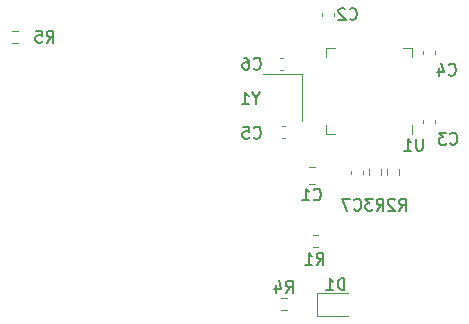
<source format=gbr>
%TF.GenerationSoftware,KiCad,Pcbnew,(6.0.0-rc1-415-g653c7b78d7)*%
%TF.CreationDate,2021-12-23T14:01:08-08:00*%
%TF.ProjectId,xyp-gpib,7879702d-6770-4696-922e-6b696361645f,rev?*%
%TF.SameCoordinates,Original*%
%TF.FileFunction,Legend,Bot*%
%TF.FilePolarity,Positive*%
%FSLAX46Y46*%
G04 Gerber Fmt 4.6, Leading zero omitted, Abs format (unit mm)*
G04 Created by KiCad (PCBNEW (6.0.0-rc1-415-g653c7b78d7)) date 2021-12-23 14:01:08*
%MOMM*%
%LPD*%
G01*
G04 APERTURE LIST*
%ADD10C,0.150000*%
%ADD11C,0.120000*%
G04 APERTURE END LIST*
D10*
%TO.C,C1*%
X218352666Y-122687142D02*
X218400285Y-122734761D01*
X218543142Y-122782380D01*
X218638380Y-122782380D01*
X218781238Y-122734761D01*
X218876476Y-122639523D01*
X218924095Y-122544285D01*
X218971714Y-122353809D01*
X218971714Y-122210952D01*
X218924095Y-122020476D01*
X218876476Y-121925238D01*
X218781238Y-121830000D01*
X218638380Y-121782380D01*
X218543142Y-121782380D01*
X218400285Y-121830000D01*
X218352666Y-121877619D01*
X217400285Y-122782380D02*
X217971714Y-122782380D01*
X217686000Y-122782380D02*
X217686000Y-121782380D01*
X217781238Y-121925238D01*
X217876476Y-122020476D01*
X217971714Y-122068095D01*
%TO.C,C2*%
X221400666Y-107405142D02*
X221448285Y-107452761D01*
X221591142Y-107500380D01*
X221686380Y-107500380D01*
X221829238Y-107452761D01*
X221924476Y-107357523D01*
X221972095Y-107262285D01*
X222019714Y-107071809D01*
X222019714Y-106928952D01*
X221972095Y-106738476D01*
X221924476Y-106643238D01*
X221829238Y-106548000D01*
X221686380Y-106500380D01*
X221591142Y-106500380D01*
X221448285Y-106548000D01*
X221400666Y-106595619D01*
X221019714Y-106595619D02*
X220972095Y-106548000D01*
X220876857Y-106500380D01*
X220638761Y-106500380D01*
X220543523Y-106548000D01*
X220495904Y-106595619D01*
X220448285Y-106690857D01*
X220448285Y-106786095D01*
X220495904Y-106928952D01*
X221067333Y-107500380D01*
X220448285Y-107500380D01*
%TO.C,C7*%
X221781666Y-123547142D02*
X221829285Y-123594761D01*
X221972142Y-123642380D01*
X222067380Y-123642380D01*
X222210238Y-123594761D01*
X222305476Y-123499523D01*
X222353095Y-123404285D01*
X222400714Y-123213809D01*
X222400714Y-123070952D01*
X222353095Y-122880476D01*
X222305476Y-122785238D01*
X222210238Y-122690000D01*
X222067380Y-122642380D01*
X221972142Y-122642380D01*
X221829285Y-122690000D01*
X221781666Y-122737619D01*
X221448333Y-122642380D02*
X220781666Y-122642380D01*
X221210238Y-123642380D01*
%TO.C,D1*%
X220956095Y-130373380D02*
X220956095Y-129373380D01*
X220718000Y-129373380D01*
X220575142Y-129421000D01*
X220479904Y-129516238D01*
X220432285Y-129611476D01*
X220384666Y-129801952D01*
X220384666Y-129944809D01*
X220432285Y-130135285D01*
X220479904Y-130230523D01*
X220575142Y-130325761D01*
X220718000Y-130373380D01*
X220956095Y-130373380D01*
X219432285Y-130373380D02*
X220003714Y-130373380D01*
X219718000Y-130373380D02*
X219718000Y-129373380D01*
X219813238Y-129516238D01*
X219908476Y-129611476D01*
X220003714Y-129659095D01*
%TO.C,R1*%
X218606666Y-128214380D02*
X218940000Y-127738190D01*
X219178095Y-128214380D02*
X219178095Y-127214380D01*
X218797142Y-127214380D01*
X218701904Y-127262000D01*
X218654285Y-127309619D01*
X218606666Y-127404857D01*
X218606666Y-127547714D01*
X218654285Y-127642952D01*
X218701904Y-127690571D01*
X218797142Y-127738190D01*
X219178095Y-127738190D01*
X217654285Y-128214380D02*
X218225714Y-128214380D01*
X217940000Y-128214380D02*
X217940000Y-127214380D01*
X218035238Y-127357238D01*
X218130476Y-127452476D01*
X218225714Y-127500095D01*
%TO.C,R2*%
X225591666Y-123642380D02*
X225925000Y-123166190D01*
X226163095Y-123642380D02*
X226163095Y-122642380D01*
X225782142Y-122642380D01*
X225686904Y-122690000D01*
X225639285Y-122737619D01*
X225591666Y-122832857D01*
X225591666Y-122975714D01*
X225639285Y-123070952D01*
X225686904Y-123118571D01*
X225782142Y-123166190D01*
X226163095Y-123166190D01*
X225210714Y-122737619D02*
X225163095Y-122690000D01*
X225067857Y-122642380D01*
X224829761Y-122642380D01*
X224734523Y-122690000D01*
X224686904Y-122737619D01*
X224639285Y-122832857D01*
X224639285Y-122928095D01*
X224686904Y-123070952D01*
X225258333Y-123642380D01*
X224639285Y-123642380D01*
%TO.C,R3*%
X223686666Y-123642380D02*
X224020000Y-123166190D01*
X224258095Y-123642380D02*
X224258095Y-122642380D01*
X223877142Y-122642380D01*
X223781904Y-122690000D01*
X223734285Y-122737619D01*
X223686666Y-122832857D01*
X223686666Y-122975714D01*
X223734285Y-123070952D01*
X223781904Y-123118571D01*
X223877142Y-123166190D01*
X224258095Y-123166190D01*
X223353333Y-122642380D02*
X222734285Y-122642380D01*
X223067619Y-123023333D01*
X222924761Y-123023333D01*
X222829523Y-123070952D01*
X222781904Y-123118571D01*
X222734285Y-123213809D01*
X222734285Y-123451904D01*
X222781904Y-123547142D01*
X222829523Y-123594761D01*
X222924761Y-123642380D01*
X223210476Y-123642380D01*
X223305714Y-123594761D01*
X223353333Y-123547142D01*
%TO.C,R4*%
X216003666Y-130594380D02*
X216337000Y-130118190D01*
X216575095Y-130594380D02*
X216575095Y-129594380D01*
X216194142Y-129594380D01*
X216098904Y-129642000D01*
X216051285Y-129689619D01*
X216003666Y-129784857D01*
X216003666Y-129927714D01*
X216051285Y-130022952D01*
X216098904Y-130070571D01*
X216194142Y-130118190D01*
X216575095Y-130118190D01*
X215146523Y-129927714D02*
X215146523Y-130594380D01*
X215384619Y-129546761D02*
X215622714Y-130261047D01*
X215003666Y-130261047D01*
%TO.C,R5*%
X195746666Y-109418380D02*
X196080000Y-108942190D01*
X196318095Y-109418380D02*
X196318095Y-108418380D01*
X195937142Y-108418380D01*
X195841904Y-108466000D01*
X195794285Y-108513619D01*
X195746666Y-108608857D01*
X195746666Y-108751714D01*
X195794285Y-108846952D01*
X195841904Y-108894571D01*
X195937142Y-108942190D01*
X196318095Y-108942190D01*
X194841904Y-108418380D02*
X195318095Y-108418380D01*
X195365714Y-108894571D01*
X195318095Y-108846952D01*
X195222857Y-108799333D01*
X194984761Y-108799333D01*
X194889523Y-108846952D01*
X194841904Y-108894571D01*
X194794285Y-108989809D01*
X194794285Y-109227904D01*
X194841904Y-109323142D01*
X194889523Y-109370761D01*
X194984761Y-109418380D01*
X195222857Y-109418380D01*
X195318095Y-109370761D01*
X195365714Y-109323142D01*
%TO.C,U1*%
X227583904Y-117562380D02*
X227583904Y-118371904D01*
X227536285Y-118467142D01*
X227488666Y-118514761D01*
X227393428Y-118562380D01*
X227202952Y-118562380D01*
X227107714Y-118514761D01*
X227060095Y-118467142D01*
X227012476Y-118371904D01*
X227012476Y-117562380D01*
X226012476Y-118562380D02*
X226583904Y-118562380D01*
X226298190Y-118562380D02*
X226298190Y-117562380D01*
X226393428Y-117705238D01*
X226488666Y-117800476D01*
X226583904Y-117848095D01*
%TO.C,C5*%
X213272666Y-117451142D02*
X213320285Y-117498761D01*
X213463142Y-117546380D01*
X213558380Y-117546380D01*
X213701238Y-117498761D01*
X213796476Y-117403523D01*
X213844095Y-117308285D01*
X213891714Y-117117809D01*
X213891714Y-116974952D01*
X213844095Y-116784476D01*
X213796476Y-116689238D01*
X213701238Y-116594000D01*
X213558380Y-116546380D01*
X213463142Y-116546380D01*
X213320285Y-116594000D01*
X213272666Y-116641619D01*
X212367904Y-116546380D02*
X212844095Y-116546380D01*
X212891714Y-117022571D01*
X212844095Y-116974952D01*
X212748857Y-116927333D01*
X212510761Y-116927333D01*
X212415523Y-116974952D01*
X212367904Y-117022571D01*
X212320285Y-117117809D01*
X212320285Y-117355904D01*
X212367904Y-117451142D01*
X212415523Y-117498761D01*
X212510761Y-117546380D01*
X212748857Y-117546380D01*
X212844095Y-117498761D01*
X212891714Y-117451142D01*
%TO.C,C6*%
X213272666Y-111609142D02*
X213320285Y-111656761D01*
X213463142Y-111704380D01*
X213558380Y-111704380D01*
X213701238Y-111656761D01*
X213796476Y-111561523D01*
X213844095Y-111466285D01*
X213891714Y-111275809D01*
X213891714Y-111132952D01*
X213844095Y-110942476D01*
X213796476Y-110847238D01*
X213701238Y-110752000D01*
X213558380Y-110704380D01*
X213463142Y-110704380D01*
X213320285Y-110752000D01*
X213272666Y-110799619D01*
X212415523Y-110704380D02*
X212606000Y-110704380D01*
X212701238Y-110752000D01*
X212748857Y-110799619D01*
X212844095Y-110942476D01*
X212891714Y-111132952D01*
X212891714Y-111513904D01*
X212844095Y-111609142D01*
X212796476Y-111656761D01*
X212701238Y-111704380D01*
X212510761Y-111704380D01*
X212415523Y-111656761D01*
X212367904Y-111609142D01*
X212320285Y-111513904D01*
X212320285Y-111275809D01*
X212367904Y-111180571D01*
X212415523Y-111132952D01*
X212510761Y-111085333D01*
X212701238Y-111085333D01*
X212796476Y-111132952D01*
X212844095Y-111180571D01*
X212891714Y-111275809D01*
%TO.C,Y1*%
X213455190Y-114149190D02*
X213455190Y-114625380D01*
X213788523Y-113625380D02*
X213455190Y-114149190D01*
X213121857Y-113625380D01*
X212264714Y-114625380D02*
X212836142Y-114625380D01*
X212550428Y-114625380D02*
X212550428Y-113625380D01*
X212645666Y-113768238D01*
X212740904Y-113863476D01*
X212836142Y-113911095D01*
%TO.C,C3*%
X229909666Y-117959142D02*
X229957285Y-118006761D01*
X230100142Y-118054380D01*
X230195380Y-118054380D01*
X230338238Y-118006761D01*
X230433476Y-117911523D01*
X230481095Y-117816285D01*
X230528714Y-117625809D01*
X230528714Y-117482952D01*
X230481095Y-117292476D01*
X230433476Y-117197238D01*
X230338238Y-117102000D01*
X230195380Y-117054380D01*
X230100142Y-117054380D01*
X229957285Y-117102000D01*
X229909666Y-117149619D01*
X229576333Y-117054380D02*
X228957285Y-117054380D01*
X229290619Y-117435333D01*
X229147761Y-117435333D01*
X229052523Y-117482952D01*
X229004904Y-117530571D01*
X228957285Y-117625809D01*
X228957285Y-117863904D01*
X229004904Y-117959142D01*
X229052523Y-118006761D01*
X229147761Y-118054380D01*
X229433476Y-118054380D01*
X229528714Y-118006761D01*
X229576333Y-117959142D01*
%TO.C,C4*%
X229782666Y-112117142D02*
X229830285Y-112164761D01*
X229973142Y-112212380D01*
X230068380Y-112212380D01*
X230211238Y-112164761D01*
X230306476Y-112069523D01*
X230354095Y-111974285D01*
X230401714Y-111783809D01*
X230401714Y-111640952D01*
X230354095Y-111450476D01*
X230306476Y-111355238D01*
X230211238Y-111260000D01*
X230068380Y-111212380D01*
X229973142Y-111212380D01*
X229830285Y-111260000D01*
X229782666Y-111307619D01*
X228925523Y-111545714D02*
X228925523Y-112212380D01*
X229163619Y-111164761D02*
X229401714Y-111879047D01*
X228782666Y-111879047D01*
D11*
%TO.C,C1*%
X217924748Y-121385000D02*
X218447252Y-121385000D01*
X217924748Y-119915000D02*
X218447252Y-119915000D01*
%TO.C,C2*%
X219073000Y-107188580D02*
X219073000Y-106907420D01*
X220093000Y-107188580D02*
X220093000Y-106907420D01*
%TO.C,C7*%
X222506000Y-120255420D02*
X222506000Y-120536580D01*
X221486000Y-120255420D02*
X221486000Y-120536580D01*
%TO.C,D1*%
X218611500Y-132532000D02*
X218611500Y-130612000D01*
X221296500Y-132532000D02*
X218611500Y-132532000D01*
X218611500Y-130612000D02*
X221296500Y-130612000D01*
%TO.C,R1*%
X218266742Y-125715500D02*
X218741258Y-125715500D01*
X218266742Y-126760500D02*
X218741258Y-126760500D01*
%TO.C,R2*%
X225566500Y-120158742D02*
X225566500Y-120633258D01*
X224521500Y-120158742D02*
X224521500Y-120633258D01*
%TO.C,R3*%
X222997500Y-120158742D02*
X222997500Y-120633258D01*
X224042500Y-120158742D02*
X224042500Y-120633258D01*
%TO.C,R4*%
X216074258Y-132094500D02*
X215599742Y-132094500D01*
X216074258Y-131049500D02*
X215599742Y-131049500D01*
%TO.C,R5*%
X193277258Y-109488500D02*
X192802742Y-109488500D01*
X193277258Y-108443500D02*
X192802742Y-108443500D01*
%TO.C,U1*%
X226637000Y-109913000D02*
X225912000Y-109913000D01*
X226637000Y-110638000D02*
X226637000Y-109913000D01*
X219417000Y-109913000D02*
X220142000Y-109913000D01*
X226637000Y-116408000D02*
X226637000Y-117133000D01*
X219417000Y-116408000D02*
X219417000Y-117133000D01*
X219417000Y-110638000D02*
X219417000Y-109913000D01*
X219417000Y-117133000D02*
X220142000Y-117133000D01*
%TO.C,C5*%
X215632420Y-116457000D02*
X215913580Y-116457000D01*
X215632420Y-117477000D02*
X215913580Y-117477000D01*
%TO.C,C6*%
X215786580Y-110742000D02*
X215505420Y-110742000D01*
X215786580Y-111762000D02*
X215505420Y-111762000D01*
%TO.C,Y1*%
X214039000Y-112085000D02*
X217339000Y-112085000D01*
X217339000Y-112085000D02*
X217339000Y-116085000D01*
%TO.C,C3*%
X228602000Y-116218580D02*
X228602000Y-115937420D01*
X227582000Y-116218580D02*
X227582000Y-115937420D01*
%TO.C,C4*%
X228602000Y-110095420D02*
X228602000Y-110376580D01*
X227582000Y-110095420D02*
X227582000Y-110376580D01*
%TD*%
M02*

</source>
